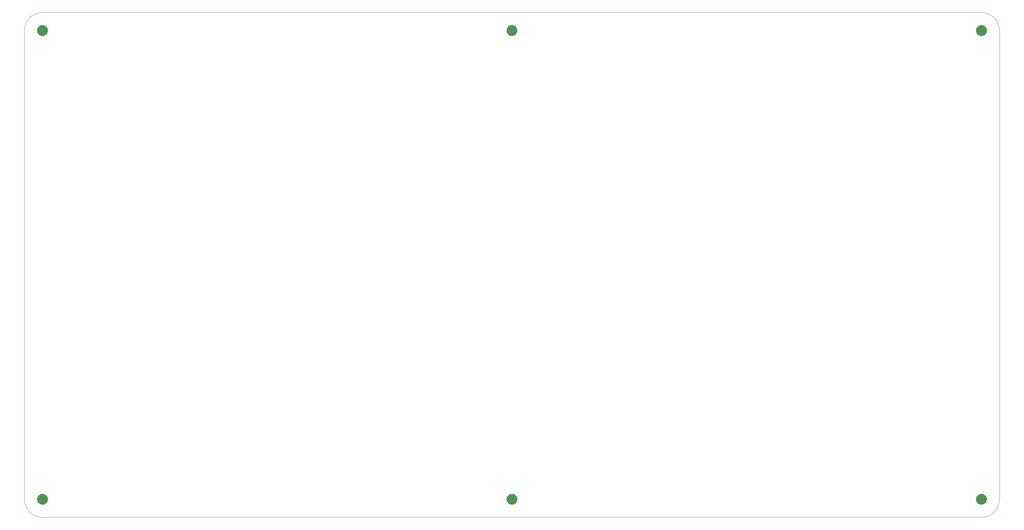
<source format=gbr>
%TF.GenerationSoftware,Altium Limited,Altium Designer,24.3.1 (35)*%
G04 Layer_Color=0*
%FSLAX45Y45*%
%MOMM*%
%TF.SameCoordinates,844131A9-2E1B-4A61-BE1F-69DE975881E6*%
%TF.FilePolarity,Positive*%
%TF.FileFunction,Profile,NP*%
%TF.Part,Single*%
G01*
G75*
%TA.AperFunction,Profile*%
%ADD98C,0.02540*%
G36*
X13350000Y500000D02*
Y485226D01*
X13355763Y456246D01*
X13367072Y428948D01*
X13383487Y404380D01*
X13404379Y383487D01*
X13428947Y367072D01*
X13456245Y355764D01*
X13485226Y350000D01*
X13500000D01*
X13514774D01*
X13543753Y355764D01*
X13571051Y367072D01*
X13595619Y383487D01*
X13616512Y404380D01*
X13632928Y428948D01*
X13644235Y456246D01*
X13650000Y485226D01*
Y500000D01*
Y514774D01*
X13644235Y543753D01*
X13632928Y571051D01*
X13616512Y595619D01*
X13595619Y616512D01*
X13571051Y632928D01*
X13543753Y644235D01*
X13514774Y650000D01*
X13500000D01*
X13485226D01*
X13456245Y644235D01*
X13428947Y632928D01*
X13404379Y616512D01*
X13383487Y595619D01*
X13367072Y571051D01*
X13355763Y543753D01*
X13350000Y514774D01*
Y500000D01*
D01*
D02*
G37*
G36*
X500000Y350000D02*
X485226D01*
X456246Y355764D01*
X428948Y367072D01*
X404380Y383487D01*
X383487Y404380D01*
X367072Y428948D01*
X355764Y456246D01*
X350000Y485226D01*
Y500000D01*
Y514774D01*
X355764Y543753D01*
X367072Y571051D01*
X383487Y595619D01*
X404380Y616512D01*
X428948Y632928D01*
X456246Y644235D01*
X485226Y650000D01*
X500000D01*
X514774D01*
X543753Y644235D01*
X571051Y632928D01*
X595619Y616512D01*
X616512Y595619D01*
X632928Y571051D01*
X644235Y543753D01*
X650000Y514774D01*
Y500000D01*
Y485226D01*
X644235Y456246D01*
X632928Y428948D01*
X616512Y404380D01*
X595619Y383487D01*
X571051Y367072D01*
X543753Y355764D01*
X514774Y350000D01*
X500000D01*
D01*
D02*
G37*
G36*
X26350000Y500000D02*
Y485226D01*
X26355765Y456246D01*
X26367072Y428948D01*
X26383487Y404380D01*
X26404382Y383487D01*
X26428949Y367072D01*
X26456247Y355764D01*
X26485226Y350000D01*
X26500000D01*
X26514774D01*
X26543753Y355764D01*
X26571051Y367072D01*
X26595618Y383487D01*
X26616513Y404380D01*
X26632928Y428948D01*
X26644235Y456246D01*
X26650000Y485226D01*
Y500000D01*
Y514774D01*
X26644235Y543753D01*
X26632928Y571051D01*
X26616513Y595619D01*
X26595618Y616512D01*
X26571051Y632928D01*
X26543753Y644235D01*
X26514774Y650000D01*
X26500000D01*
X26485226D01*
X26456247Y644235D01*
X26428949Y632928D01*
X26404382Y616512D01*
X26383487Y595619D01*
X26367072Y571051D01*
X26355765Y543753D01*
X26350000Y514774D01*
Y500000D01*
D01*
D02*
G37*
G36*
Y13500000D02*
Y13485226D01*
X26355765Y13456245D01*
X26367072Y13428947D01*
X26383487Y13404379D01*
X26404382Y13383487D01*
X26428949Y13367072D01*
X26456247Y13355763D01*
X26485226Y13350000D01*
X26500000D01*
X26514774D01*
X26543753Y13355763D01*
X26571051Y13367072D01*
X26595618Y13383487D01*
X26616513Y13404379D01*
X26632928Y13428947D01*
X26644235Y13456245D01*
X26650000Y13485226D01*
Y13500000D01*
Y13514774D01*
X26644235Y13543753D01*
X26632928Y13571051D01*
X26616513Y13595619D01*
X26595618Y13616512D01*
X26571051Y13632928D01*
X26543753Y13644235D01*
X26514774Y13650000D01*
X26500000D01*
X26485226D01*
X26456247Y13644235D01*
X26428949Y13632928D01*
X26404382Y13616512D01*
X26383487Y13595619D01*
X26367072Y13571051D01*
X26355765Y13543753D01*
X26350000Y13514774D01*
Y13500000D01*
D01*
D02*
G37*
G36*
X13500000Y13350000D02*
X13485226D01*
X13456245Y13355763D01*
X13428947Y13367072D01*
X13404379Y13383487D01*
X13383487Y13404379D01*
X13367072Y13428947D01*
X13355763Y13456245D01*
X13350000Y13485226D01*
Y13500000D01*
Y13514774D01*
X13355763Y13543753D01*
X13367072Y13571051D01*
X13383487Y13595619D01*
X13404379Y13616512D01*
X13428947Y13632928D01*
X13456245Y13644235D01*
X13485226Y13650000D01*
X13500000D01*
X13514774D01*
X13543753Y13644235D01*
X13571051Y13632928D01*
X13595619Y13616512D01*
X13616512Y13595619D01*
X13632928Y13571051D01*
X13644235Y13543753D01*
X13650000Y13514774D01*
Y13500000D01*
Y13485226D01*
X13644235Y13456245D01*
X13632928Y13428947D01*
X13616512Y13404379D01*
X13595619Y13383487D01*
X13571051Y13367072D01*
X13543753Y13355763D01*
X13514774Y13350000D01*
X13500000D01*
D01*
D02*
G37*
G36*
X500000D02*
X485226D01*
X456246Y13355763D01*
X428948Y13367072D01*
X404380Y13383487D01*
X383487Y13404379D01*
X367072Y13428947D01*
X355764Y13456245D01*
X350000Y13485226D01*
Y13500000D01*
Y13514774D01*
X355764Y13543753D01*
X367072Y13571051D01*
X383487Y13595619D01*
X404380Y13616512D01*
X428948Y13632928D01*
X456246Y13644235D01*
X485226Y13650000D01*
X500000D01*
X514774D01*
X543753Y13644235D01*
X571051Y13632928D01*
X595619Y13616512D01*
X616512Y13595619D01*
X632928Y13571051D01*
X644235Y13543753D01*
X650000Y13514774D01*
Y13500000D01*
Y13485226D01*
X644235Y13456245D01*
X632928Y13428947D01*
X616512Y13404379D01*
X595619Y13383487D01*
X571051Y13367072D01*
X543753Y13355763D01*
X514774Y13350000D01*
X500000D01*
D01*
D02*
G37*
D98*
Y0D02*
G02*
X0Y500000I0J500000D01*
G01*
X1Y13500000D01*
D02*
G02*
X500000Y14000000I500000J0D01*
G01*
X26500000D01*
D02*
G02*
X27000000Y13500000I0J-500000D01*
G01*
X27000000Y500000D01*
D02*
G02*
X26500000Y0I-500000J0D01*
G01*
X500000D01*
%TF.MD5,58a5e346ef33002b6e89a1a8666dd3da*%
M02*

</source>
